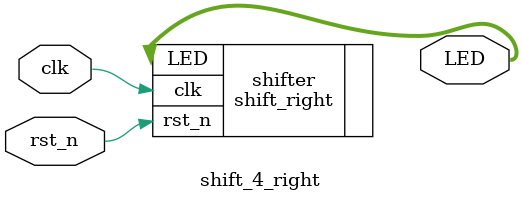
<source format=v>
module shift_4_right
(
    input clk,
    input rst_n,
    output [3:0] LED
);

shift_right
#(
    .BITS(4)
)
shifter(
    .clk    (clk),
    .rst_n  (rst_n),
    .LED    (LED)
);
endmodule
</source>
